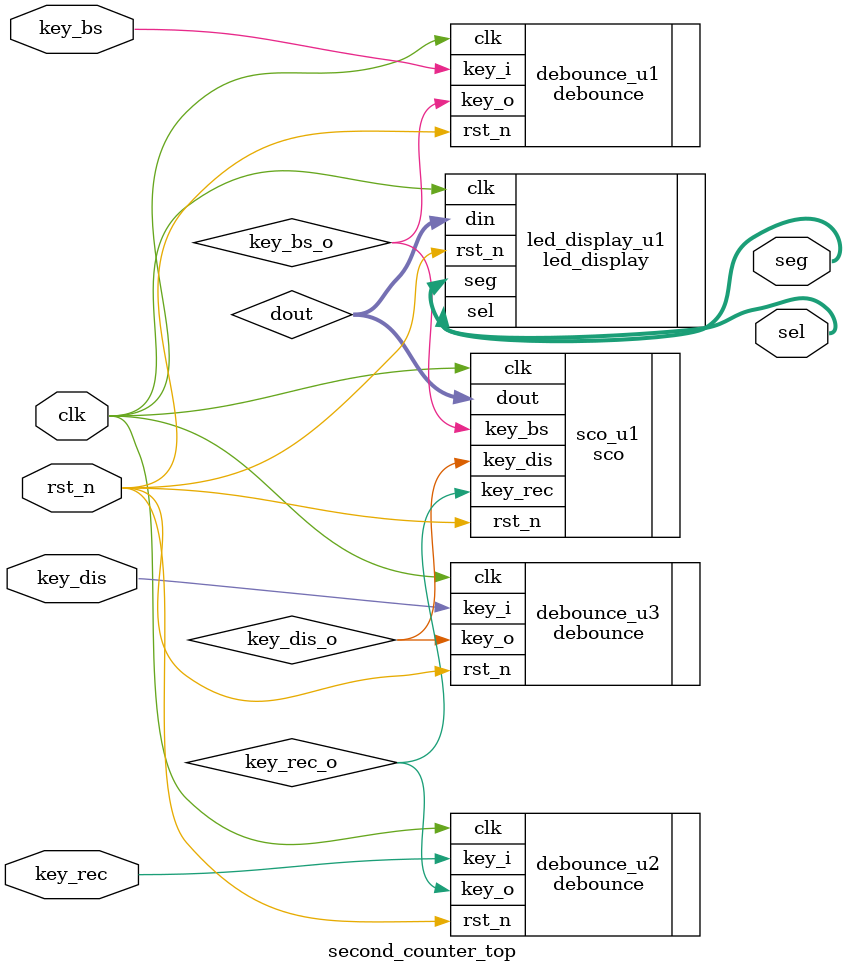
<source format=v>
module  second_counter_top (
/*i*/   input    wire             clk                 ,
        input    wire             rst_n               ,
        input    wire             key_bs              , //stop&begin;
        input    wire             key_rec             , //recording key;
        input    wire             key_dis             , //order print;
/*o*/   output   wire    [2:0]    sel                 ,                   
/*o*/   output   wire    [7:0]    seg                  
);
wire key_bs_o;
wire key_rec_o;
wire key_dis_o;
wire [23:0] dout;
//debounce inst;
debounce  debounce_u1( 
    .clk                 (clk),
    .rst_n               (rst_n),
    .key_i               (key_bs),
    .key_o               (key_bs_o)
);
//debounce inst;
debounce  debounce_u2( 
    .clk                 (clk),
    .rst_n               (rst_n),
    .key_i               (key_rec),
    .key_o               (key_rec_o)
);//debounce inst;
debounce  debounce_u3( 
    .clk                 (clk),
    .rst_n               (rst_n),
    .key_i               (key_dis),
    .key_o               (key_dis_o)
);

//sco inst;
sco  sco_u1( 
    .clk                 (clk),
    .rst_n               (rst_n),
    .key_bs              (key_bs_o),
    .key_rec             (key_rec_o),
    .key_dis             (key_dis_o),
    .dout                (dout)
);

//led_display inst;
led_display  led_display_u1( 
    .clk                (clk),
    .rst_n              (rst_n),
    .din               (dout),
    .sel               (sel),
    .seg               (seg)
);

endmodule
</source>
